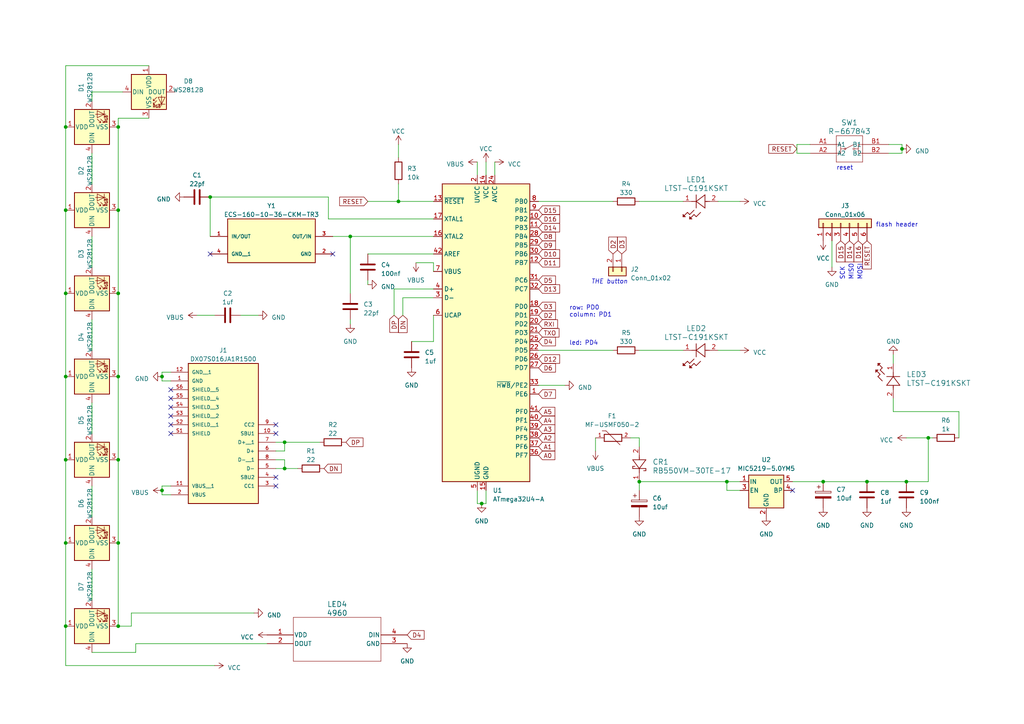
<source format=kicad_sch>
(kicad_sch (version 20230121) (generator eeschema)
  (paper "A4")
  (lib_symbols
    (symbol "2023-12-05_05-19-35:LTST-C191KSKT" (pin_names (offset 0.254))
      (property "Reference" "LED" (at 5.08 -4.445 0))
      (property "Value" "LTST-C191KSKT" (at 5.08 -7.62 0))
      (symbol "LTST-C191KSKT_1_1"
        (polyline (pts (xy 2.54 0) (xy 3.4798 0)) (stroke (width 0.2032)))
        (polyline (pts (xy 3.175 0) (xy 3.81 0)) (stroke (width 0.2032)))
        (polyline (pts (xy 3.81 -1.905) (xy 6.35 0)) (stroke (width 0.2032)))
        (polyline (pts (xy 3.81 1.905) (xy 3.81 -1.905)) (stroke (width 0.2032)))
        (polyline (pts (xy 5.08 3.175) (xy 6.35 4.445)) (stroke (width 0.2032)))
        (polyline (pts (xy 6.35 -1.905) (xy 6.35 1.905)) (stroke (width 0.2032)))
        (polyline (pts (xy 6.35 0) (xy 3.81 1.905)) (stroke (width 0.2032)))
        (polyline (pts (xy 6.35 0) (xy 7.62 0)) (stroke (width 0.2032)))
        (polyline (pts (xy 6.35 4.445) (xy 6.985 3.81)) (stroke (width 0.2032)))
        (polyline (pts (xy 6.985 2.54) (xy 8.255 3.81)) (stroke (width 0.2032)))
        (polyline (pts (xy 6.985 3.81) (xy 8.255 5.08)) (stroke (width 0.2032)))
        (polyline (pts (xy 7.62 5.08) (xy 8.255 4.445)) (stroke (width 0.2032)))
        (polyline (pts (xy 8.255 3.81) (xy 8.89 3.175)) (stroke (width 0.2032)))
        (polyline (pts (xy 8.255 4.445) (xy 8.255 5.08)) (stroke (width 0.2032)))
        (polyline (pts (xy 8.255 5.08) (xy 7.62 5.08)) (stroke (width 0.2032)))
        (polyline (pts (xy 8.89 3.175) (xy 10.16 4.445)) (stroke (width 0.2032)))
        (polyline (pts (xy 9.525 4.445) (xy 10.16 3.81)) (stroke (width 0.2032)))
        (polyline (pts (xy 10.16 3.81) (xy 10.16 4.445)) (stroke (width 0.2032)))
        (polyline (pts (xy 10.16 4.445) (xy 9.525 4.445)) (stroke (width 0.2032)))
        (pin unspecified line (at 10.16 0 180) (length 2.54) (name "") (number "1"))
        (pin unspecified line (at 0 0 0) (length 2.54) (name "") (number "2"))
      )
      (symbol "LTST-C191KSKT_1_2"
        (polyline (pts (xy -5.08 7.62) (xy -4.445 8.255)) (stroke (width 0.2032)))
        (polyline (pts (xy -5.08 8.255) (xy -5.08 7.62)) (stroke (width 0.2032)))
        (polyline (pts (xy -4.445 6.35) (xy -3.81 6.985)) (stroke (width 0.2032)))
        (polyline (pts (xy -4.445 8.255) (xy -5.08 8.255)) (stroke (width 0.2032)))
        (polyline (pts (xy -4.445 9.525) (xy -3.81 10.16)) (stroke (width 0.2032)))
        (polyline (pts (xy -4.445 10.16) (xy -4.445 9.525)) (stroke (width 0.2032)))
        (polyline (pts (xy -3.81 6.985) (xy -5.08 8.255)) (stroke (width 0.2032)))
        (polyline (pts (xy -3.81 8.255) (xy -3.175 8.89)) (stroke (width 0.2032)))
        (polyline (pts (xy -3.81 10.16) (xy -4.445 10.16)) (stroke (width 0.2032)))
        (polyline (pts (xy -3.175 5.08) (xy -4.445 6.35)) (stroke (width 0.2032)))
        (polyline (pts (xy -3.175 8.89) (xy -4.445 10.16)) (stroke (width 0.2032)))
        (polyline (pts (xy -2.54 6.985) (xy -3.81 8.255)) (stroke (width 0.2032)))
        (polyline (pts (xy -1.905 3.81) (xy 1.905 3.81)) (stroke (width 0.2032)))
        (polyline (pts (xy 0 2.54) (xy 0 3.4798)) (stroke (width 0.2032)))
        (polyline (pts (xy 0 3.175) (xy 0 3.81)) (stroke (width 0.2032)))
        (polyline (pts (xy 0 6.35) (xy -1.905 3.81)) (stroke (width 0.2032)))
        (polyline (pts (xy 0 6.35) (xy 0 7.62)) (stroke (width 0.2032)))
        (polyline (pts (xy 1.905 3.81) (xy 0 6.35)) (stroke (width 0.2032)))
        (polyline (pts (xy 1.905 6.35) (xy -1.905 6.35)) (stroke (width 0.2032)))
        (pin unspecified line (at 0 10.16 270) (length 2.54) (name "") (number "1"))
        (pin unspecified line (at 0 0 90) (length 2.54) (name "") (number "2"))
      )
    )
    (symbol "2023-12-05_05-52-42:RB550VM-30TE-17" (pin_names (offset 0.254))
      (property "Reference" "CR" (at 5.08 4.445 0))
      (property "Value" "RB550VM-30TE-17" (at 5.08 -3.81 0))
      (symbol "RB550VM-30TE-17_0_1"
        (polyline (pts (xy 2.54 0) (xy 3.4798 0)) (stroke (width 0.2032)))
        (polyline (pts (xy 3.175 0) (xy 3.81 0)) (stroke (width 0.2032)))
        (polyline (pts (xy 3.81 -1.905) (xy 6.35 0)) (stroke (width 0.2032)))
        (polyline (pts (xy 3.81 1.905) (xy 3.81 -1.905)) (stroke (width 0.2032)))
        (polyline (pts (xy 5.715 -1.905) (xy 5.715 -1.27)) (stroke (width 0.2032)))
        (polyline (pts (xy 6.35 -1.905) (xy 5.715 -1.905)) (stroke (width 0.2032)))
        (polyline (pts (xy 6.35 -1.905) (xy 6.35 1.905)) (stroke (width 0.2032)))
        (polyline (pts (xy 6.35 0) (xy 3.81 1.905)) (stroke (width 0.2032)))
        (polyline (pts (xy 6.35 0) (xy 7.62 0)) (stroke (width 0.2032)))
        (polyline (pts (xy 6.35 1.905) (xy 6.985 1.905)) (stroke (width 0.2032)))
        (polyline (pts (xy 6.985 1.905) (xy 6.985 1.27)) (stroke (width 0.2032)))
        (pin unspecified line (at 10.16 0 180) (length 2.54) (name "") (number "1"))
        (pin unspecified line (at 0 0 0) (length 2.54) (name "") (number "2"))
      )
    )
    (symbol "2023-12-05_06-41-49:R-667843" (pin_names (offset 0.254))
      (property "Reference" "SW" (at 11.43 7.62 0))
      (property "Value" "R-667843" (at 10.16 5.08 0))
      (symbol "R-667843_0_1"
        (polyline (pts (xy 7.62 -5.08) (xy 15.24 -5.08)) (stroke (width 0.127)))
        (polyline (pts (xy 7.62 0) (xy 8.89 0)) (stroke (width 0.127)))
        (polyline (pts (xy 7.62 2.54) (xy 7.62 -5.08)) (stroke (width 0.127)))
        (polyline (pts (xy 8.89 -2.54) (xy 7.62 -2.54)) (stroke (width 0.127)))
        (polyline (pts (xy 8.89 -1.27) (xy 9.906 -1.27)) (stroke (width 0.127)))
        (polyline (pts (xy 8.89 0) (xy 8.89 -2.54)) (stroke (width 0.127)))
        (polyline (pts (xy 10.16 -1.27) (xy 12.7 0)) (stroke (width 0.127)))
        (polyline (pts (xy 13.97 -2.54) (xy 15.24 -2.54)) (stroke (width 0.127)))
        (polyline (pts (xy 13.97 -1.27) (xy 12.954 -1.27)) (stroke (width 0.127)))
        (polyline (pts (xy 13.97 0) (xy 13.97 -2.54)) (stroke (width 0.127)))
        (polyline (pts (xy 15.24 -5.08) (xy 15.24 2.54)) (stroke (width 0.127)))
        (polyline (pts (xy 15.24 0) (xy 13.97 0)) (stroke (width 0.127)))
        (polyline (pts (xy 15.24 2.54) (xy 7.62 2.54)) (stroke (width 0.127)))
        (circle (center 10.16 -1.27) (radius 0.254) (stroke (width 0.127)))
        (circle (center 12.7 -1.27) (radius 0.254) (stroke (width 0.127)))
        (pin unspecified line (at 0 0 0) (length 7.62) (name "A1") (number "A1"))
        (pin unspecified line (at 0 -2.54 0) (length 7.62) (name "A2") (number "A2"))
        (pin unspecified line (at 22.86 0 180) (length 7.62) (name "B1") (number "B1"))
        (pin unspecified line (at 22.86 -2.54 180) (length 7.62) (name "B2") (number "B2"))
      )
    )
    (symbol "Connector_Generic:Conn_01x02" (pin_names (offset 1.016) hide)
      (property "Reference" "J" (at 0 2.54 0))
      (property "Value" "Conn_01x02" (at 0 -5.08 0))
      (symbol "Conn_01x02_1_1"
        (rectangle (start -1.27 -2.413) (end 0 -2.667) (stroke (width 0.1524)))
        (rectangle (start -1.27 0.127) (end 0 -0.127) (stroke (width 0.1524)))
        (rectangle (start -1.27 1.27) (end 1.27 -3.81) (stroke (width 0.254)) (fill (type background)))
        (pin passive line (at -5.08 0 0) (length 3.81) (name "Pin_1") (number "1"))
        (pin passive line (at -5.08 -2.54 0) (length 3.81) (name "Pin_2") (number "2"))
      )
    )
    (symbol "Connector_Generic:Conn_01x06" (pin_names (offset 1.016) hide)
      (property "Reference" "J" (at 0 7.62 0))
      (property "Value" "Conn_01x06" (at 0 -10.16 0))
      (symbol "Conn_01x06_1_1"
        (rectangle (start -1.27 -7.493) (end 0 -7.747) (stroke (width 0.1524)))
        (rectangle (start -1.27 -4.953) (end 0 -5.207) (stroke (width 0.1524)))
        (rectangle (start -1.27 -2.413) (end 0 -2.667) (stroke (width 0.1524)))
        (rectangle (start -1.27 0.127) (end 0 -0.127) (stroke (width 0.1524)))
        (rectangle (start -1.27 2.667) (end 0 2.413) (stroke (width 0.1524)))
        (rectangle (start -1.27 5.207) (end 0 4.953) (stroke (width 0.1524)))
        (rectangle (start -1.27 6.35) (end 1.27 -8.89) (stroke (width 0.254)) (fill (type background)))
        (pin passive line (at -5.08 5.08 0) (length 3.81) (name "Pin_1") (number "1"))
        (pin passive line (at -5.08 2.54 0) (length 3.81) (name "Pin_2") (number "2"))
        (pin passive line (at -5.08 0 0) (length 3.81) (name "Pin_3") (number "3"))
        (pin passive line (at -5.08 -2.54 0) (length 3.81) (name "Pin_4") (number "4"))
        (pin passive line (at -5.08 -5.08 0) (length 3.81) (name "Pin_5") (number "5"))
        (pin passive line (at -5.08 -7.62 0) (length 3.81) (name "Pin_6") (number "6"))
      )
    )
    (symbol "DX07S016JA1R1500:DX07S016JA1R1500" (pin_names (offset 1.016))
      (property "Reference" "J" (at -10.16 11.43 0))
      (property "Value" "DX07S016JA1R1500" (at -10.16 -31.75 0))
      (symbol "DX07S016JA1R1500_0_0"
        (rectangle (start -10.16 -30.48) (end 10.16 10.16) (stroke (width 0.254)) (fill (type background)))
        (pin power_in line (at 15.24 -25.4 180) (length 5.08) (name "GND") (number "1"))
        (pin passive line (at -15.24 -10.16 0) (length 5.08) (name "SBU1") (number "10"))
        (pin power_in line (at 15.24 5.08 180) (length 5.08) (name "VBUS__1") (number "11"))
        (pin power_in line (at 15.24 -27.94 180) (length 5.08) (name "GND__1") (number "12"))
        (pin power_in line (at 15.24 7.62 180) (length 5.08) (name "VBUS") (number "2"))
        (pin passive line (at -15.24 5.08 0) (length 5.08) (name "CC1") (number "3"))
        (pin passive line (at -15.24 2.54 0) (length 5.08) (name "SBU2") (number "4"))
        (pin passive line (at -15.24 0 0) (length 5.08) (name "D-") (number "5"))
        (pin passive line (at -15.24 -5.08 0) (length 5.08) (name "D+") (number "6"))
        (pin passive line (at -15.24 -7.62 0) (length 5.08) (name "D+__1") (number "7"))
        (pin passive line (at -15.24 -2.54 0) (length 5.08) (name "D-__1") (number "8"))
        (pin passive line (at -15.24 -12.7 0) (length 5.08) (name "CC2") (number "9"))
        (pin passive line (at 15.24 -10.16 180) (length 5.08) (name "SHIELD") (number "S1"))
        (pin passive line (at 15.24 -12.7 180) (length 5.08) (name "SHIELD__1") (number "S2"))
        (pin passive line (at 15.24 -15.24 180) (length 5.08) (name "SHIELD__2") (number "S3"))
        (pin passive line (at 15.24 -17.78 180) (length 5.08) (name "SHIELD__3") (number "S4"))
        (pin passive line (at 15.24 -20.32 180) (length 5.08) (name "SHIELD__4") (number "S5"))
        (pin passive line (at 15.24 -22.86 180) (length 5.08) (name "SHIELD__5") (number "S6"))
      )
    )
    (symbol "Device:C" (pin_numbers hide) (pin_names (offset 0.254))
      (property "Reference" "C" (at 0.635 2.54 0))
      (property "Value" "C" (at 0.635 -2.54 0))
      (symbol "C_0_1"
        (polyline (pts (xy -2.032 -0.762) (xy 2.032 -0.762)) (stroke (width 0.508)))
        (polyline (pts (xy -2.032 0.762) (xy 2.032 0.762)) (stroke (width 0.508)))
      )
      (symbol "C_1_1"
        (pin passive line (at 0 3.81 270) (length 2.794) (name "~") (number "1"))
        (pin passive line (at 0 -3.81 90) (length 2.794) (name "~") (number "2"))
      )
    )
    (symbol "Device:C_Polarized" (pin_numbers hide) (pin_names (offset 0.254))
      (property "Reference" "C" (at 0.635 2.54 0))
      (property "Value" "C_Polarized" (at 0.635 -2.54 0))
      (symbol "C_Polarized_0_1"
        (rectangle (start -2.286 0.508) (end 2.286 1.016))
        (polyline (pts (xy -1.778 2.286) (xy -0.762 2.286)))
        (polyline (pts (xy -1.27 2.794) (xy -1.27 1.778)))
        (rectangle (start 2.286 -0.508) (end -2.286 -1.016) (fill (type outline)))
      )
      (symbol "C_Polarized_1_1"
        (pin passive line (at 0 3.81 270) (length 2.794) (name "~") (number "1"))
        (pin passive line (at 0 -3.81 90) (length 2.794) (name "~") (number "2"))
      )
    )
    (symbol "Device:R" (pin_numbers hide) (pin_names (offset 0))
      (property "Reference" "R" (at 2.032 0 90))
      (property "Value" "R" (at 0 0 90))
      (symbol "R_0_1"
        (rectangle (start -1.016 -2.54) (end 1.016 2.54) (stroke (width 0.254)))
      )
      (symbol "R_1_1"
        (pin passive line (at 0 3.81 270) (length 1.27) (name "~") (number "1"))
        (pin passive line (at 0 -3.81 90) (length 1.27) (name "~") (number "2"))
      )
    )
    (symbol "ECS-160-10-36-CKM-TR3:ECS-160-10-36-CKM-TR3" (pin_names (offset 1.016))
      (property "Reference" "Y?" (at 0 11.43 0))
      (property "Value" "ECS-160-10-36-CKM-TR3" (at 0 8.89 0))
      (symbol "ECS-160-10-36-CKM-TR3_0_0"
        (rectangle (start -12.7 -5.08) (end 12.7 7.62) (stroke (width 0.254)) (fill (type background)))
        (pin bidirectional line (at -17.78 2.54 0) (length 5.08) (name "IN/OUT") (number "1"))
        (pin power_in line (at 17.78 -2.54 180) (length 5.08) (name "GND") (number "2"))
        (pin bidirectional line (at 17.78 2.54 180) (length 5.08) (name "OUT/IN") (number "3"))
        (pin power_in line (at -17.78 -2.54 0) (length 5.08) (name "GND__1") (number "4"))
      )
    )
    (symbol "LED:WS2812B" (pin_names (offset 0.254))
      (property "Reference" "D" (at 5.08 5.715 0))
      (property "Value" "WS2812B" (at 1.27 -5.715 0))
      (symbol "WS2812B_0_0"
        (text "RGB" (at 2.286 -4.191 0) (effects (font (size 0.762 0.762))))
      )
      (symbol "WS2812B_0_1"
        (polyline (pts (xy 1.27 -3.556) (xy 1.778 -3.556)))
        (polyline (pts (xy 1.27 -2.54) (xy 1.778 -2.54)))
        (polyline (pts (xy 4.699 -3.556) (xy 2.667 -3.556)))
        (polyline (pts (xy 2.286 -2.54) (xy 1.27 -3.556) (xy 1.27 -3.048)))
        (polyline (pts (xy 2.286 -1.524) (xy 1.27 -2.54) (xy 1.27 -2.032)))
        (polyline (pts (xy 3.683 -1.016) (xy 3.683 -3.556) (xy 3.683 -4.064)))
        (polyline (pts (xy 4.699 -1.524) (xy 2.667 -1.524) (xy 3.683 -3.556) (xy 4.699 -1.524)))
        (rectangle (start 5.08 5.08) (end -5.08 -5.08) (stroke (width 0.254)) (fill (type background)))
      )
      (symbol "WS2812B_1_1"
        (pin power_in line (at 0 7.62 270) (length 2.54) (name "VDD") (number "1"))
        (pin output line (at 7.62 0 180) (length 2.54) (name "DOUT") (number "2"))
        (pin power_in line (at 0 -7.62 90) (length 2.54) (name "VSS") (number "3"))
        (pin input line (at -7.62 0 0) (length 2.54) (name "DIN") (number "4"))
      )
    )
    (symbol "MCU_Microchip_ATmega:ATmega32U4-A"
      (property "Reference" "U" (at -12.7 44.45 0))
      (property "Value" "ATmega32U4-A" (at 2.54 -44.45 0))
      (symbol "ATmega32U4-A_0_1"
        (rectangle (start -12.7 -43.18) (end 12.7 43.18) (stroke (width 0.254)) (fill (type background)))
      )
      (symbol "ATmega32U4-A_1_1"
        (pin bidirectional line (at 15.24 -17.78 180) (length 2.54) (name "PE6") (number "1"))
        (pin bidirectional line (at 15.24 33.02 180) (length 2.54) (name "PB2") (number "10"))
        (pin bidirectional line (at 15.24 30.48 180) (length 2.54) (name "PB3") (number "11"))
        (pin bidirectional line (at 15.24 20.32 180) (length 2.54) (name "PB7") (number "12"))
        (pin input line (at -15.24 38.1 0) (length 2.54) (name "~{RESET}") (number "13"))
        (pin power_in line (at 0 45.72 270) (length 2.54) (name "VCC") (number "14"))
        (pin power_in line (at 0 -45.72 90) (length 2.54) (name "GND") (number "15"))
        (pin output line (at -15.24 27.94 0) (length 2.54) (name "XTAL2") (number "16"))
        (pin input line (at -15.24 33.02 0) (length 2.54) (name "XTAL1") (number "17"))
        (pin bidirectional line (at 15.24 7.62 180) (length 2.54) (name "PD0") (number "18"))
        (pin bidirectional line (at 15.24 5.08 180) (length 2.54) (name "PD1") (number "19"))
        (pin power_in line (at -2.54 45.72 270) (length 2.54) (name "UVCC") (number "2"))
        (pin bidirectional line (at 15.24 2.54 180) (length 2.54) (name "PD2") (number "20"))
        (pin bidirectional line (at 15.24 0 180) (length 2.54) (name "PD3") (number "21"))
        (pin bidirectional line (at 15.24 -5.08 180) (length 2.54) (name "PD5") (number "22"))
        (pin passive line (at 0 -45.72 90) (length 2.54) hide (name "GND") (number "23"))
        (pin power_in line (at 2.54 45.72 270) (length 2.54) (name "AVCC") (number "24"))
        (pin bidirectional line (at 15.24 -2.54 180) (length 2.54) (name "PD4") (number "25"))
        (pin bidirectional line (at 15.24 -7.62 180) (length 2.54) (name "PD6") (number "26"))
        (pin bidirectional line (at 15.24 -10.16 180) (length 2.54) (name "PD7") (number "27"))
        (pin bidirectional line (at 15.24 27.94 180) (length 2.54) (name "PB4") (number "28"))
        (pin bidirectional line (at 15.24 25.4 180) (length 2.54) (name "PB5") (number "29"))
        (pin bidirectional line (at -15.24 10.16 0) (length 2.54) (name "D-") (number "3"))
        (pin bidirectional line (at 15.24 22.86 180) (length 2.54) (name "PB6") (number "30"))
        (pin bidirectional line (at 15.24 15.24 180) (length 2.54) (name "PC6") (number "31"))
        (pin bidirectional line (at 15.24 12.7 180) (length 2.54) (name "PC7") (number "32"))
        (pin bidirectional line (at 15.24 -15.24 180) (length 2.54) (name "~{HWB}/PE2") (number "33"))
        (pin passive line (at 0 45.72 270) (length 2.54) hide (name "VCC") (number "34"))
        (pin passive line (at 0 -45.72 90) (length 2.54) hide (name "GND") (number "35"))
        (pin bidirectional line (at 15.24 -35.56 180) (length 2.54) (name "PF7") (number "36"))
        (pin bidirectional line (at 15.24 -33.02 180) (length 2.54) (name "PF6") (number "37"))
        (pin bidirectional line (at 15.24 -30.48 180) (length 2.54) (name "PF5") (number "38"))
        (pin bidirectional line (at 15.24 -27.94 180) (length 2.54) (name "PF4") (number "39"))
        (pin bidirectional line (at -15.24 12.7 0) (length 2.54) (name "D+") (number "4"))
        (pin bidirectional line (at 15.24 -25.4 180) (length 2.54) (name "PF1") (number "40"))
        (pin bidirectional line (at 15.24 -22.86 180) (length 2.54) (name "PF0") (number "41"))
        (pin passive line (at -15.24 22.86 0) (length 2.54) (name "AREF") (number "42"))
        (pin passive line (at 0 -45.72 90) (length 2.54) hide (name "GND") (number "43"))
        (pin passive line (at 2.54 45.72 270) (length 2.54) hide (name "AVCC") (number "44"))
        (pin passive line (at -2.54 -45.72 90) (length 2.54) (name "UGND") (number "5"))
        (pin passive line (at -15.24 5.08 0) (length 2.54) (name "UCAP") (number "6"))
        (pin input line (at -15.24 17.78 0) (length 2.54) (name "VBUS") (number "7"))
        (pin bidirectional line (at 15.24 38.1 180) (length 2.54) (name "PB0") (number "8"))
        (pin bidirectional line (at 15.24 35.56 180) (length 2.54) (name "PB1") (number "9"))
      )
    )
    (symbol "MF-USMF050-2:MF-USMF050-2" (pin_names (offset 1.016))
      (property "Reference" "F" (at -2.54 2.54 0))
      (property "Value" "MF-USMF050-2" (at -2.54 -5.08 0))
      (symbol "MF-USMF050-2_0_0"
        (polyline (pts (xy -2.54 -1.016) (xy -2.54 1.016)) (stroke (width 0.254)))
        (polyline (pts (xy -2.54 1.016) (xy 2.54 1.016)) (stroke (width 0.254)))
        (polyline (pts (xy 2.032 -2.032) (xy -2.032 2.032)) (stroke (width 0.1524)))
        (polyline (pts (xy 2.54 -1.016) (xy -2.54 -1.016)) (stroke (width 0.254)))
        (polyline (pts (xy 2.54 1.016) (xy 2.54 -1.016)) (stroke (width 0.254)))
        (polyline (pts (xy 3.1496 -2.032) (xy 2.032 -2.032)) (stroke (width 0.1524)))
        (pin passive line (at 5.08 0 180) (length 2.54) (name "~") (number "1"))
        (pin passive line (at -5.08 0 0) (length 2.54) (name "~") (number "2"))
      )
    )
    (symbol "Regulator_Linear:MIC5219-5.0YM5" (pin_names (offset 0.254))
      (property "Reference" "U" (at -3.81 5.715 0))
      (property "Value" "MIC5219-5.0YM5" (at 0 5.715 0))
      (symbol "MIC5219-5.0YM5_0_1"
        (rectangle (start -5.08 4.445) (end 5.08 -5.08) (stroke (width 0.254)) (fill (type background)))
      )
      (symbol "MIC5219-5.0YM5_1_1"
        (pin power_in line (at -7.62 2.54 0) (length 2.54) (name "IN") (number "1"))
        (pin power_in line (at 0 -7.62 90) (length 2.54) (name "GND") (number "2"))
        (pin input line (at -7.62 0 0) (length 2.54) (name "EN") (number "3"))
        (pin input line (at 7.62 0 180) (length 2.54) (name "BP") (number "4"))
        (pin power_out line (at 7.62 2.54 180) (length 2.54) (name "OUT") (number "5"))
      )
    )
    (symbol "SK6812-E:4960" (pin_names (offset 0.254))
      (property "Reference" "LED" (at 20.32 10.16 0))
      (property "Value" "4960" (at 20.32 7.62 0))
      (symbol "4960_0_1"
        (polyline (pts (xy 7.62 -7.62) (xy 33.02 -7.62)) (stroke (width 0.127)))
        (polyline (pts (xy 7.62 5.08) (xy 7.62 -7.62)) (stroke (width 0.127)))
        (polyline (pts (xy 33.02 -7.62) (xy 33.02 5.08)) (stroke (width 0.127)))
        (polyline (pts (xy 33.02 5.08) (xy 7.62 5.08)) (stroke (width 0.127)))
        (pin power_in line (at 0 0 0) (length 7.62) (name "VDD") (number "1"))
        (pin output line (at 0 -2.54 0) (length 7.62) (name "DOUT") (number "2"))
        (pin power_out line (at 40.64 -2.54 180) (length 7.62) (name "GND") (number "3"))
        (pin input line (at 40.64 0 180) (length 7.62) (name "DIN") (number "4"))
      )
    )
    (symbol "power:GND" (power) (pin_names (offset 0))
      (property "Value" "GND" (at 0 -3.81 0))
      (symbol "GND_0_1"
        (polyline (pts (xy 0 0) (xy 0 -1.27) (xy 1.27 -1.27) (xy 0 -2.54) (xy -1.27 -1.27) (xy 0 -1.27)))
      )
      (symbol "GND_1_1"
        (pin power_in line (at 0 0 270) (length 0) hide (name "GND") (number "1"))
      )
    )
    (symbol "power:VBUS" (power) (pin_names (offset 0))
      (property "Value" "VBUS" (at 0 3.81 0))
      (symbol "VBUS_0_1"
        (polyline (pts (xy -0.762 1.27) (xy 0 2.54)))
        (polyline (pts (xy 0 0) (xy 0 2.54)))
        (polyline (pts (xy 0 2.54) (xy 0.762 1.27)))
      )
      (symbol "VBUS_1_1"
        (pin power_in line (at 0 0 90) (length 0) hide (name "VBUS") (number "1"))
      )
    )
    (symbol "power:VCC" (power) (pin_names (offset 0))
      (property "Value" "VCC" (at 0 3.81 0))
      (symbol "VCC_0_1"
        (polyline (pts (xy -0.762 1.27) (xy 0 2.54)))
        (polyline (pts (xy 0 0) (xy 0 2.54)))
        (polyline (pts (xy 0 2.54) (xy 0.762 1.27)))
      )
      (symbol "VCC_1_1"
        (pin power_in line (at 0 0 90) (length 0) hide (name "VCC") (number "1"))
      )
    )
  )
  (junction (at 185.42 139.7))
  (junction (at 19.05 181.61))
  (junction (at 262.89 139.7))
  (junction (at 19.05 60.96))
  (junction (at 261.62 43.18))
  (junction (at 46.99 109.22))
  (junction (at 210.82 139.7))
  (junction (at 34.29 181.61))
  (junction (at 19.05 157.48))
  (junction (at 115.57 58.42))
  (junction (at 34.29 85.09))
  (junction (at 34.29 60.96))
  (junction (at 101.6 68.58))
  (junction (at 269.24 127))
  (junction (at 60.96 57.15))
  (junction (at 46.99 142.24))
  (junction (at 139.7 146.05))
  (junction (at 34.29 133.35))
  (junction (at 19.05 109.22))
  (junction (at 82.55 128.27))
  (junction (at 19.05 85.09))
  (junction (at 34.29 109.22))
  (junction (at 19.05 36.83))
  (junction (at 238.76 139.7))
  (junction (at 19.05 133.35))
  (junction (at 251.46 139.7))
  (junction (at 34.29 157.48))
  (junction (at 34.29 36.83))
  (junction (at 82.55 135.89))
  (no_connect (at 49.53 120.65))
  (no_connect (at 80.01 138.43))
  (no_connect (at 229.87 142.24))
  (no_connect (at 49.53 115.57))
  (no_connect (at 80.01 140.97))
  (no_connect (at 49.53 125.73))
  (no_connect (at 80.01 125.73))
  (no_connect (at 80.01 123.19))
  (no_connect (at 49.53 118.11))
  (no_connect (at 49.53 113.03))
  (no_connect (at 49.53 123.19))
  (no_connect (at 96.52 73.66))
  (no_connect (at 60.96 73.66))
  (wire (pts (xy 259.08 102.87) (xy 259.08 105.41)))
  (wire (pts (xy 116.84 91.44) (xy 116.84 86.36)))
  (wire (pts (xy 259.08 119.38) (xy 278.13 119.38)))
  (wire (pts (xy 101.6 85.09) (xy 101.6 68.58)))
  (wire (pts (xy 210.82 142.24) (xy 214.63 142.24)))
  (wire (pts (xy 35.56 26.67) (xy 26.67 26.67)))
  (wire (pts (xy 19.05 193.04) (xy 62.23 193.04)))
  (wire (pts (xy 185.42 139.7) (xy 185.42 142.24)))
  (wire (pts (xy 185.42 127) (xy 182.88 127)))
  (wire (pts (xy 38.1 181.61) (xy 34.29 181.61)))
  (wire (pts (xy 138.43 46.99) (xy 138.43 50.8)))
  (wire (pts (xy 46.99 107.95) (xy 46.99 109.22)))
  (wire (pts (xy 34.29 36.83) (xy 34.29 60.96)))
  (wire (pts (xy 278.13 119.38) (xy 278.13 127)))
  (wire (pts (xy 19.05 109.22) (xy 19.05 133.35)))
  (wire (pts (xy 34.29 157.48) (xy 34.29 181.61)))
  (wire (pts (xy 49.53 140.97) (xy 46.99 140.97)))
  (wire (pts (xy 234.95 44.45) (xy 231.14 44.45)))
  (wire (pts (xy 26.67 116.84) (xy 26.67 125.73)))
  (wire (pts (xy 185.42 58.42) (xy 198.12 58.42)))
  (wire (pts (xy 140.97 146.05) (xy 139.7 146.05)))
  (wire (pts (xy 26.67 165.1) (xy 26.67 173.99)))
  (wire (pts (xy 238.76 139.7) (xy 251.46 139.7)))
  (wire (pts (xy 262.89 127) (xy 269.24 127)))
  (wire (pts (xy 208.28 101.6) (xy 214.63 101.6)))
  (wire (pts (xy 231.14 41.91) (xy 231.14 44.45)))
  (wire (pts (xy 120.65 76.2) (xy 125.73 76.2)))
  (wire (pts (xy 262.89 139.7) (xy 269.24 139.7)))
  (wire (pts (xy 34.29 34.29) (xy 34.29 36.83)))
  (wire (pts (xy 80.01 135.89) (xy 82.55 135.89)))
  (wire (pts (xy 140.97 46.99) (xy 140.97 50.8)))
  (wire (pts (xy 19.05 60.96) (xy 19.05 85.09)))
  (wire (pts (xy 156.21 101.6) (xy 177.8 101.6)))
  (wire (pts (xy 26.67 140.97) (xy 26.67 149.86)))
  (wire (pts (xy 43.18 34.29) (xy 34.29 34.29)))
  (wire (pts (xy 82.55 135.89) (xy 82.55 133.35)))
  (wire (pts (xy 80.01 130.81) (xy 82.55 130.81)))
  (wire (pts (xy 38.1 177.8) (xy 73.66 177.8)))
  (wire (pts (xy 46.99 110.49) (xy 46.99 109.22)))
  (wire (pts (xy 43.18 19.05) (xy 19.05 19.05)))
  (wire (pts (xy 269.24 127) (xy 270.51 127)))
  (wire (pts (xy 46.99 143.51) (xy 46.99 142.24)))
  (wire (pts (xy 34.29 85.09) (xy 34.29 109.22)))
  (wire (pts (xy 34.29 109.22) (xy 34.29 133.35)))
  (wire (pts (xy 95.25 63.5) (xy 95.25 57.15)))
  (wire (pts (xy 46.99 140.97) (xy 46.99 142.24)))
  (wire (pts (xy 39.37 189.23) (xy 26.67 189.23)))
  (wire (pts (xy 185.42 129.54) (xy 185.42 127)))
  (wire (pts (xy 26.67 44.45) (xy 26.67 53.34)))
  (wire (pts (xy 49.53 110.49) (xy 46.99 110.49)))
  (wire (pts (xy 251.46 139.7) (xy 262.89 139.7)))
  (wire (pts (xy 261.62 44.45) (xy 261.62 43.18)))
  (wire (pts (xy 257.81 44.45) (xy 261.62 44.45)))
  (wire (pts (xy 115.57 53.34) (xy 115.57 58.42)))
  (wire (pts (xy 34.29 60.96) (xy 34.29 85.09)))
  (wire (pts (xy 49.53 107.95) (xy 46.99 107.95)))
  (wire (pts (xy 38.1 177.8) (xy 38.1 181.61)))
  (wire (pts (xy 57.15 91.44) (xy 62.23 91.44)))
  (wire (pts (xy 156.21 58.42) (xy 177.8 58.42)))
  (wire (pts (xy 119.38 99.06) (xy 125.73 99.06)))
  (wire (pts (xy 125.73 78.74) (xy 125.73 76.2)))
  (wire (pts (xy 82.55 130.81) (xy 82.55 128.27)))
  (wire (pts (xy 138.43 146.05) (xy 139.7 146.05)))
  (wire (pts (xy 138.43 142.24) (xy 138.43 146.05)))
  (wire (pts (xy 210.82 139.7) (xy 214.63 139.7)))
  (wire (pts (xy 69.85 91.44) (xy 74.93 91.44)))
  (wire (pts (xy 82.55 128.27) (xy 92.71 128.27)))
  (wire (pts (xy 208.28 58.42) (xy 214.63 58.42)))
  (wire (pts (xy 259.08 115.57) (xy 259.08 119.38)))
  (wire (pts (xy 115.57 41.91) (xy 115.57 45.72)))
  (wire (pts (xy 143.51 46.99) (xy 143.51 50.8)))
  (wire (pts (xy 19.05 36.83) (xy 19.05 60.96)))
  (wire (pts (xy 19.05 85.09) (xy 19.05 109.22)))
  (wire (pts (xy 39.37 186.69) (xy 39.37 189.23)))
  (wire (pts (xy 114.3 83.82) (xy 125.73 83.82)))
  (wire (pts (xy 77.47 186.69) (xy 39.37 186.69)))
  (wire (pts (xy 106.68 82.55) (xy 106.68 81.28)))
  (wire (pts (xy 172.72 130.81) (xy 172.72 127)))
  (wire (pts (xy 96.52 68.58) (xy 101.6 68.58)))
  (wire (pts (xy 19.05 157.48) (xy 19.05 181.61)))
  (wire (pts (xy 210.82 139.7) (xy 210.82 142.24)))
  (wire (pts (xy 106.68 58.42) (xy 115.57 58.42)))
  (wire (pts (xy 116.84 86.36) (xy 125.73 86.36)))
  (wire (pts (xy 269.24 127) (xy 269.24 139.7)))
  (wire (pts (xy 125.73 63.5) (xy 95.25 63.5)))
  (wire (pts (xy 26.67 26.67) (xy 26.67 29.21)))
  (wire (pts (xy 241.3 69.85) (xy 241.3 77.47)))
  (wire (pts (xy 156.21 111.76) (xy 163.83 111.76)))
  (wire (pts (xy 101.6 68.58) (xy 125.73 68.58)))
  (wire (pts (xy 101.6 93.98) (xy 101.6 92.71)))
  (wire (pts (xy 95.25 57.15) (xy 60.96 57.15)))
  (wire (pts (xy 60.96 57.15) (xy 60.96 68.58)))
  (wire (pts (xy 185.42 101.6) (xy 198.12 101.6)))
  (wire (pts (xy 19.05 181.61) (xy 19.05 193.04)))
  (wire (pts (xy 82.55 135.89) (xy 86.36 135.89)))
  (wire (pts (xy 80.01 133.35) (xy 82.55 133.35)))
  (wire (pts (xy 34.29 133.35) (xy 34.29 157.48)))
  (wire (pts (xy 229.87 139.7) (xy 238.76 139.7)))
  (wire (pts (xy 261.62 41.91) (xy 261.62 43.18)))
  (wire (pts (xy 115.57 58.42) (xy 125.73 58.42)))
  (wire (pts (xy 140.97 142.24) (xy 140.97 146.05)))
  (wire (pts (xy 26.67 92.71) (xy 26.67 101.6)))
  (wire (pts (xy 114.3 91.44) (xy 114.3 83.82)))
  (wire (pts (xy 257.81 41.91) (xy 261.62 41.91)))
  (wire (pts (xy 26.67 68.58) (xy 26.67 77.47)))
  (wire (pts (xy 231.14 41.91) (xy 234.95 41.91)))
  (wire (pts (xy 49.53 143.51) (xy 46.99 143.51)))
  (wire (pts (xy 106.68 73.66) (xy 125.73 73.66)))
  (wire (pts (xy 80.01 128.27) (xy 82.55 128.27)))
  (wire (pts (xy 125.73 99.06) (xy 125.73 91.44)))
  (wire (pts (xy 185.42 139.7) (xy 210.82 139.7)))
  (wire (pts (xy 19.05 133.35) (xy 19.05 157.48)))
  (wire (pts (xy 19.05 19.05) (xy 19.05 36.83)))
  (text "MOSI" (at 250.19 81.28 90) (effects (font (size 1.27 1.27)) (justify left bottom)))
  (text "THE button" (at 171.45 82.55 0) (effects (font (size 1.27 1.27) italic) (justify left bottom)))
  (text "MISO" (at 247.65 81.28 90) (effects (font (size 1.27 1.27)) (justify left bottom)))
  (text "flash header" (at 254 66.04 0) (effects (font (size 1.27 1.27)) (justify left bottom)))
  (text "reset" (at 242.57 49.53 0) (effects (font (size 1.27 1.27)) (justify left bottom)))
  (text "SCK" (at 245.11 81.28 90) (effects (font (size 1.27 1.27)) (justify left bottom)))
  (text "row: PD0\ncolumn: PD1\n\n\n\nled: PD4" (at 165.1 100.33 0) (effects (font (size 1.27 1.27)) (justify left bottom)))
  (global_label "TXO" (shape input) (at 156.21 96.52 0) (property "Intersheetrefs" "${INTERSHEET_REFS}" (effects hide)))
  (global_label "D3" (shape input) (at 180.34 73.66 90) (property "Intersheetrefs" "${INTERSHEET_REFS}" (effects hide)))
  (global_label "DN" (shape input) (at 116.84 91.44 270) (property "Intersheetrefs" "${INTERSHEET_REFS}" (effects hide)))
  (global_label "A1" (shape input) (at 156.21 129.54 0) (property "Intersheetrefs" "${INTERSHEET_REFS}" (effects hide)))
  (global_label "D5" (shape input) (at 156.21 81.28 0) (property "Intersheetrefs" "${INTERSHEET_REFS}" (effects hide)))
  (global_label "A2" (shape input) (at 156.21 127 0) (property "Intersheetrefs" "${INTERSHEET_REFS}" (effects hide)))
  (global_label "D14" (shape input) (at 246.38 69.85 270) (property "Intersheetrefs" "${INTERSHEET_REFS}" (effects hide)))
  (global_label "D10" (shape input) (at 156.21 73.66 0) (property "Intersheetrefs" "${INTERSHEET_REFS}" (effects hide)))
  (global_label "D12" (shape input) (at 156.21 104.14 0) (property "Intersheetrefs" "${INTERSHEET_REFS}" (effects hide)))
  (global_label "A0" (shape input) (at 156.21 132.08 0) (property "Intersheetrefs" "${INTERSHEET_REFS}" (effects hide)))
  (global_label "D15" (shape input) (at 156.21 60.96 0) (property "Intersheetrefs" "${INTERSHEET_REFS}" (effects hide)))
  (global_label "D9" (shape input) (at 156.21 71.12 0) (property "Intersheetrefs" "${INTERSHEET_REFS}" (effects hide)))
  (global_label "D13" (shape input) (at 156.21 83.82 0) (property "Intersheetrefs" "${INTERSHEET_REFS}" (effects hide)))
  (global_label "D14" (shape input) (at 156.21 66.04 0) (property "Intersheetrefs" "${INTERSHEET_REFS}" (effects hide)))
  (global_label "D8" (shape input) (at 156.21 68.58 0) (property "Intersheetrefs" "${INTERSHEET_REFS}" (effects hide)))
  (global_label "RESET" (shape input) (at 251.46 69.85 270) (property "Intersheetrefs" "${INTERSHEET_REFS}" (effects hide)))
  (global_label "D7" (shape input) (at 156.21 114.3 0) (property "Intersheetrefs" "${INTERSHEET_REFS}" (effects hide)))
  (global_label "A4" (shape input) (at 156.21 121.92 0) (property "Intersheetrefs" "${INTERSHEET_REFS}" (effects hide)))
  (global_label "A5" (shape input) (at 156.21 119.38 0) (property "Intersheetrefs" "${INTERSHEET_REFS}" (effects hide)))
  (global_label "A3" (shape input) (at 156.21 124.46 0) (property "Intersheetrefs" "${INTERSHEET_REFS}" (effects hide)))
  (global_label "D3" (shape input) (at 156.21 88.9 0) (property "Intersheetrefs" "${INTERSHEET_REFS}" (effects hide)))
  (global_label "D16" (shape input) (at 248.92 69.85 270) (property "Intersheetrefs" "${INTERSHEET_REFS}" (effects hide)))
  (global_label "D4" (shape input) (at 118.11 184.15 0) (property "Intersheetrefs" "${INTERSHEET_REFS}" (effects hide)))
  (global_label "RESET" (shape input) (at 231.14 43.18 180) (property "Intersheetrefs" "${INTERSHEET_REFS}" (effects hide)))
  (global_label "D16" (shape input) (at 156.21 63.5 0) (property "Intersheetrefs" "${INTERSHEET_REFS}" (effects hide)))
  (global_label "DP" (shape input) (at 114.3 91.44 270) (property "Intersheetrefs" "${INTERSHEET_REFS}" (effects hide)))
  (global_label "DN" (shape input) (at 93.98 135.89 0) (property "Intersheetrefs" "${INTERSHEET_REFS}" (effects hide)))
  (global_label "D2" (shape input) (at 177.8 73.66 90) (property "Intersheetrefs" "${INTERSHEET_REFS}" (effects hide)))
  (global_label "D11" (shape input) (at 156.21 76.2 0) (property "Intersheetrefs" "${INTERSHEET_REFS}" (effects hide)))
  (global_label "D2" (shape input) (at 156.21 91.44 0) (property "Intersheetrefs" "${INTERSHEET_REFS}" (effects hide)))
  (global_label "D15" (shape input) (at 243.84 69.85 270) (property "Intersheetrefs" "${INTERSHEET_REFS}" (effects hide)))
  (global_label "DP" (shape input) (at 100.33 128.27 0) (property "Intersheetrefs" "${INTERSHEET_REFS}" (effects hide)))
  (global_label "D6" (shape input) (at 156.21 106.68 0) (property "Intersheetrefs" "${INTERSHEET_REFS}" (effects hide)))
  (global_label "RESET" (shape input) (at 106.68 58.42 180) (property "Intersheetrefs" "${INTERSHEET_REFS}" (effects hide)))
  (global_label "RXI" (shape input) (at 156.21 93.98 0) (property "Intersheetrefs" "${INTERSHEET_REFS}" (effects hide)))
  (global_label "D4" (shape input) (at 156.21 99.06 0) (property "Intersheetrefs" "${INTERSHEET_REFS}" (effects hide)))
  (symbol (lib_id "Connector_Generic:Conn_01x02") (at 180.34 78.74 270) (unit 1)
    (property "Reference" "J2" (at 182.88 78.105 90) (effects (justify left)))
    (property "Value" "Conn_01x02" (at 182.88 80.645 90) (effects (justify left)))
    (property "Footprint" "keyswitches:Kailh_socket_MX" (effects hide))
  )
  (symbol (lib_id "power:VBUS") (at 57.15 91.44 90) (unit 1)
    (property "Reference" "#PWR024" (effects hide))
    (property "Value" "VBUS" (at 53.34 92.075 90) (effects (justify left)))
  )
  (symbol (lib_id "LED:WS2812B") (at 26.67 181.61 90) (unit 1)
    (property "Reference" "D7" (at 23.5459 170.18 0))
    (property "Value" "WS2812B" (at 26.0859 170.18 0))
    (property "Footprint" "LED_SMD:LED_WS2812B_PLCC4_5.0x5.0mm_P3.2mm" (effects hide))
    (property "Datasheet" "https://cdn-shop.adafruit.com/datasheets/WS2812B.pdf" (effects hide))
  )
  (symbol (lib_id "power:VCC") (at 143.51 46.99 270) (unit 1)
    (property "Reference" "#PWR09" (effects hide))
    (property "Value" "VCC" (at 147.32 47.625 90) (effects (justify left)))
  )
  (symbol (lib_id "2023-12-05_05-19-35:LTST-C191KSKT") (at 208.28 58.42 180) (unit 1)
    (property "Reference" "LED1" (at 201.93 52.07 0) (effects (font (size 1.524 1.524))))
    (property "Value" "LTST-C191KSKT" (at 201.93 54.61 0) (effects (font (size 1.524 1.524))))
    (property "Footprint" "footprints:LED_LTST-C191KRKT_LTO" (effects hide))
    (property "Datasheet" "LTST-C191KSKT" (effects hide))
  )
  (symbol (lib_id "Device:R") (at 181.61 101.6 90) (unit 1)
    (property "Reference" "R5" (at 181.61 96.52 90))
    (property "Value" "330" (at 181.61 99.06 90))
    (property "Footprint" "Resistor_SMD:R_0402_1005Metric_Pad0.72x0.64mm_HandSolder" (effects hide))
  )
  (symbol (lib_id "power:GND") (at 118.11 186.69 0) (unit 1)
    (property "Reference" "#PWR032" (effects hide))
    (property "Value" "GND" (at 118.11 191.77 0))
  )
  (symbol (lib_id "2023-12-05_05-52-42:RB550VM-30TE-17") (at 185.42 129.54 270) (unit 1)
    (property "Reference" "CR1" (at 189.23 133.985 90) (effects (font (size 1.524 1.524)) (justify left)))
    (property "Value" "RB550VM-30TE-17" (at 189.23 136.525 90) (effects (font (size 1.524 1.524)) (justify left)))
    (property "Footprint" "2023-12-05_05-52-42:SDO_RB550VM-30TE-17_ROM" (effects hide))
    (property "Datasheet" "RB550VM-30TE-17" (effects hide))
  )
  (symbol (lib_id "LED:WS2812B") (at 26.67 157.48 90) (unit 1)
    (property "Reference" "D6" (at 23.5459 146.05 0))
    (property "Value" "WS2812B" (at 26.0859 146.05 0))
    (property "Footprint" "LED_SMD:LED_WS2812B_PLCC4_5.0x5.0mm_P3.2mm" (effects hide))
    (property "Datasheet" "https://cdn-shop.adafruit.com/datasheets/WS2812B.pdf" (effects hide))
  )
  (symbol (lib_id "MCU_Microchip_ATmega:ATmega32U4-A") (at 140.97 96.52 0) (unit 1)
    (property "Reference" "U1" (at 142.9259 142.24 0) (effects (justify left)))
    (property "Value" "ATmega32U4-A" (at 142.9259 144.78 0) (effects (justify left)))
    (property "Footprint" "Package_QFP:TQFP-44_10x10mm_P0.8mm" (effects hide))
    (property "Datasheet" "http://ww1.microchip.com/downloads/en/DeviceDoc/Atmel-7766-8-bit-AVR-ATmega16U4-32U4_Datasheet.pdf" (effects hide))
  )
  (symbol (lib_id "Regulator_Linear:MIC5219-5.0YM5") (at 222.25 142.24 0) (unit 1)
    (property "Reference" "U2" (at 222.25 133.35 0))
    (property "Value" "MIC5219-5.0YM5" (at 222.25 135.89 0))
    (property "Footprint" "Package_TO_SOT_SMD:SOT-23-5" (effects hide))
    (property "Datasheet" "http://ww1.microchip.com/downloads/en/DeviceDoc/MIC5219-500mA-Peak-Output-LDO-Regulator-DS20006021A.pdf" (effects hide))
  )
  (symbol (lib_id "power:GND") (at 185.42 149.86 0) (unit 1)
    (property "Reference" "#PWR018" (effects hide))
    (property "Value" "GND" (at 185.42 154.94 0))
  )
  (symbol (lib_id "power:GND") (at 261.62 43.18 90) (unit 1)
    (property "Reference" "#PWR028" (effects hide))
    (property "Value" "GND" (at 265.43 43.815 90) (effects (justify right)))
  )
  (symbol (lib_id "power:GND") (at 101.6 93.98 0) (unit 1)
    (property "Reference" "#PWR01" (effects hide))
    (property "Value" "GND" (at 101.6 99.06 0))
  )
  (symbol (lib_id "LED:WS2812B") (at 26.67 109.22 90) (unit 1)
    (property "Reference" "D4" (at 23.5459 97.79 0))
    (property "Value" "WS2812B" (at 26.0859 97.79 0))
    (property "Footprint" "LED_SMD:LED_WS2812B_PLCC4_5.0x5.0mm_P3.2mm" (effects hide))
    (property "Datasheet" "https://cdn-shop.adafruit.com/datasheets/WS2812B.pdf" (effects hide))
  )
  (symbol (lib_id "2023-12-05_06-41-49:R-667843") (at 234.95 41.91 0) (unit 1)
    (property "Reference" "SW1" (at 246.38 35.56 0) (effects (font (size 1.524 1.524))))
    (property "Value" "R-667843" (at 246.38 38.1 0) (effects (font (size 1.524 1.524))))
    (property "Footprint" "R_667843:R-667843_MIT" (effects hide))
    (property "Datasheet" "R-667843" (effects hide))
  )
  (symbol (lib_id "Device:C_Polarized") (at 185.42 146.05 0) (unit 1)
    (property "Reference" "C6" (at 189.23 144.526 0) (effects (justify left)))
    (property "Value" "10uf" (at 189.23 147.066 0) (effects (justify left)))
    (property "Footprint" "Capacitor_Tantalum_SMD:CP_EIA-3528-15_AVX-H_Pad1.50x2.35mm_HandSolder" (effects hide))
  )
  (symbol (lib_id "DX07S016JA1R1500:DX07S016JA1R1500") (at 64.77 135.89 180) (unit 1)
    (property "Reference" "J1" (at 64.77 101.6 0))
    (property "Value" "DX07S016JA1R1500" (at 64.77 104.14 0))
    (property "Footprint" "DX07S016JA1R1500:JAE_DX07S016JA1R1500" (effects hide))
    (property "PARTREV" "1" (effects hide))
    (property "MANUFACTURER" "JAE Industry Ltd." (effects hide))
    (property "MAXIMUM_PACKAGE_HEIGHT" "3.31 mm" (effects hide))
    (property "STANDARD" "Manufacturer Recommendations" (effects hide))
  )
  (symbol (lib_id "power:VCC") (at 77.47 184.15 90) (unit 1)
    (property "Reference" "#PWR029" (effects hide))
    (property "Value" "VCC" (at 73.66 184.785 90) (effects (justify left)))
  )
  (symbol (lib_id "Device:C") (at 262.89 143.51 0) (unit 1)
    (property "Reference" "C9" (at 266.7 142.875 0) (effects (justify left)))
    (property "Value" "100nf" (at 266.7 145.415 0) (effects (justify left)))
    (property "Footprint" "Capacitor_SMD:C_0402_1005Metric_Pad0.74x0.62mm_HandSolder" (effects hide))
  )
  (symbol (lib_id "Device:R") (at 90.17 135.89 270) (unit 1)
    (property "Reference" "R1" (at 90.17 130.81 90))
    (property "Value" "22" (at 90.17 133.35 90))
    (property "Footprint" "Resistor_SMD:R_0402_1005Metric_Pad0.72x0.64mm_HandSolder" (effects hide))
  )
  (symbol (lib_id "power:VCC") (at 262.89 127 90) (unit 1)
    (property "Reference" "#PWR022" (effects hide))
    (property "Value" "VCC" (at 259.08 127.635 90) (effects (justify left)))
  )
  (symbol (lib_id "Device:C") (at 57.15 57.15 90) (unit 1)
    (property "Reference" "C1" (at 57.15 50.8 90))
    (property "Value" "22pf" (at 57.15 53.34 90))
    (property "Footprint" "Capacitor_SMD:C_0402_1005Metric_Pad0.74x0.62mm_HandSolder" (effects hide))
  )
  (symbol (lib_id "power:GND") (at 251.46 147.32 0) (unit 1)
    (property "Reference" "#PWR020" (effects hide))
    (property "Value" "GND" (at 251.46 152.4 0))
  )
  (symbol (lib_id "power:GND") (at 106.68 82.55 90) (unit 1)
    (property "Reference" "#PWR08" (effects hide))
    (property "Value" "GND" (at 110.49 83.185 90) (effects (justify right)))
  )
  (symbol (lib_id "power:GND") (at 74.93 91.44 90) (unit 1)
    (property "Reference" "#PWR025" (effects hide))
    (property "Value" "GND" (at 78.74 92.075 90) (effects (justify right)))
  )
  (symbol (lib_id "power:VCC") (at 214.63 101.6 270) (unit 1)
    (property "Reference" "#PWR012" (effects hide))
    (property "Value" "VCC" (at 218.44 102.235 90) (effects (justify left)))
  )
  (symbol (lib_id "power:GND") (at 53.34 57.15 270) (unit 1)
    (property "Reference" "#PWR02" (effects hide))
    (property "Value" "GND" (at 49.53 57.785 90) (effects (justify right)))
  )
  (symbol (lib_id "LED:WS2812B") (at 43.18 26.67 0) (unit 1)
    (property "Reference" "D8" (at 54.61 23.5459 0))
    (property "Value" "WS2812B" (at 54.61 26.0859 0))
    (property "Footprint" "LED_SMD:LED_WS2812B_PLCC4_5.0x5.0mm_P3.2mm" (effects hide))
    (property "Datasheet" "https://cdn-shop.adafruit.com/datasheets/WS2812B.pdf" (effects hide))
  )
  (symbol (lib_id "Device:C") (at 119.38 102.87 180) (unit 1)
    (property "Reference" "C5" (at 123.19 102.235 0) (effects (justify right)))
    (property "Value" "1uf" (at 123.19 104.775 0) (effects (justify right)))
    (property "Footprint" "Capacitor_SMD:C_0402_1005Metric_Pad0.74x0.62mm_HandSolder" (effects hide))
  )
  (symbol (lib_id "Device:C_Polarized") (at 238.76 143.51 0) (unit 1)
    (property "Reference" "C7" (at 242.57 141.986 0) (effects (justify left)))
    (property "Value" "10uf" (at 242.57 144.526 0) (effects (justify left)))
    (property "Footprint" "Capacitor_Tantalum_SMD:CP_EIA-3528-15_AVX-H_Pad1.50x2.35mm_HandSolder" (effects hide))
  )
  (symbol (lib_id "power:VBUS") (at 46.99 142.24 90) (unit 1)
    (property "Reference" "#PWR015" (effects hide))
    (property "Value" "VBUS" (at 43.18 142.875 90) (effects (justify left)))
  )
  (symbol (lib_id "power:VCC") (at 62.23 193.04 270) (unit 1)
    (property "Reference" "#PWR031" (effects hide))
    (property "Value" "VCC" (at 66.04 193.675 90) (effects (justify left)))
  )
  (symbol (lib_id "2023-12-05_05-19-35:LTST-C191KSKT") (at 259.08 115.57 90) (unit 1)
    (property "Reference" "LED3" (at 262.89 108.585 90) (effects (font (size 1.524 1.524)) (justify right)))
    (property "Value" "LTST-C191KSKT" (at 262.89 111.125 90) (effects (font (size 1.524 1.524)) (justify right)))
    (property "Footprint" "footprints:LED_LTST-C191KRKT_LTO" (effects hide))
    (property "Datasheet" "LTST-C191KSKT" (effects hide))
  )
  (symbol (lib_id "power:VCC") (at 140.97 46.99 0) (unit 1)
    (property "Reference" "#PWR05" (effects hide))
    (property "Value" "VCC" (at 140.97 43.18 0))
  )
  (symbol (lib_id "power:VCC") (at 214.63 58.42 270) (unit 1)
    (property "Reference" "#PWR04" (effects hide))
    (property "Value" "VCC" (at 218.44 59.055 90) (effects (justify left)))
  )
  (symbol (lib_id "power:GND") (at 262.89 147.32 0) (unit 1)
    (property "Reference" "#PWR021" (effects hide))
    (property "Value" "GND" (at 262.89 152.4 0))
  )
  (symbol (lib_id "power:GND") (at 73.66 177.8 90) (unit 1)
    (property "Reference" "#PWR030" (effects hide))
    (property "Value" "GND" (at 77.47 178.435 90) (effects (justify right)))
  )
  (symbol (lib_id "power:GND") (at 119.38 106.68 0) (unit 1)
    (property "Reference" "#PWR07" (effects hide))
    (property "Value" "GND" (at 119.38 111.76 0))
  )
  (symbol (lib_id "power:GND") (at 238.76 147.32 0) (unit 1)
    (property "Reference" "#PWR019" (effects hide))
    (property "Value" "GND" (at 238.76 152.4 0))
  )
  (symbol (lib_id "ECS-160-10-36-CKM-TR3:ECS-160-10-36-CKM-TR3") (at 78.74 71.12 0) (unit 1)
    (property "Reference" "Y1" (at 78.74 59.69 0))
    (property "Value" "ECS-160-10-36-CKM-TR3" (at 78.74 62.23 0))
    (property "Footprint" "ECS-160-10-36-CKM-TR3:XTAL_ECS-160-10-36-CKM-TR3" (effects hide))
    (property "MF" "ECS INC" (effects hide))
    (property "DESCRIPTION" "The minature ECX-2236 is a compact SMD Crystal. The industry standard 2.5 x 2.0 x 0.55 mm ceramic package is ideal for today’s SMD manufacturing environment." (effects hide))
    (property "PACKAGE" "SMD-4 ECX" (effects hide))
    (property "STANDARD" "Manufacturer Recommendation" (effects hide))
    (property "PARTREV" "2017" (effects hide))
    (property "MP" "ECX-2236" (effects hide))
    (property "AVAILABILITY" "Good" (effects hide))
  )
  (symbol (lib_id "LED:WS2812B") (at 26.67 36.83 90) (unit 1)
    (property "Reference" "D1" (at 23.5459 25.4 0))
    (property "Value" "WS2812B" (at 26.0859 25.4 0))
    (property "Footprint" "LED_SMD:LED_WS2812B_PLCC4_5.0x5.0mm_P3.2mm" (effects hide))
    (property "Datasheet" "https://cdn-shop.adafruit.com/datasheets/WS2812B.pdf" (effects hide))
  )
  (symbol (lib_id "Device:R") (at 96.52 128.27 90) (unit 1)
    (property "Reference" "R2" (at 96.52 123.19 90))
    (property "Value" "22" (at 96.52 125.73 90))
    (property "Footprint" "Resistor_SMD:R_0402_1005Metric_Pad0.72x0.64mm_HandSolder" (effects hide))
  )
  (symbol (lib_id "2023-12-05_05-19-35:LTST-C191KSKT") (at 208.28 101.6 180) (unit 1)
    (property "Reference" "LED2" (at 201.93 95.25 0) (effects (font (size 1.524 1.524))))
    (property "Value" "LTST-C191KSKT" (at 201.93 97.79 0) (effects (font (size 1.524 1.524))))
    (property "Footprint" "footprints:LED_LTST-C191KRKT_LTO" (effects hide))
    (property "Datasheet" "LTST-C191KSKT" (effects hide))
  )
  (symbol (lib_id "Device:C") (at 101.6 88.9 180) (unit 1)
    (property "Reference" "C3" (at 105.41 88.265 0) (effects (justify right)))
    (property "Value" "22pf" (at 105.41 90.805 0) (effects (justify right)))
    (property "Footprint" "Capacitor_SMD:C_0402_1005Metric_Pad0.74x0.62mm_HandSolder" (effects hide))
  )
  (symbol (lib_id "Device:R") (at 274.32 127 90) (unit 1)
    (property "Reference" "R6" (at 274.32 121.92 90))
    (property "Value" "1k" (at 274.32 124.46 90))
    (property "Footprint" "Resistor_SMD:R_0402_1005Metric_Pad0.72x0.64mm_HandSolder" (effects hide))
  )
  (symbol (lib_id "Device:C") (at 66.04 91.44 90) (unit 1)
    (property "Reference" "C2" (at 66.04 85.09 90))
    (property "Value" "1uf" (at 66.04 87.63 90))
    (property "Footprint" "Capacitor_SMD:C_0402_1005Metric_Pad0.74x0.62mm_HandSolder" (effects hide))
  )
  (symbol (lib_id "power:GND") (at 46.99 109.22 270) (unit 1)
    (property "Reference" "#PWR014" (effects hide))
    (property "Value" "GND" (at 43.18 109.855 90) (effects (justify right)))
  )
  (symbol (lib_id "power:GND") (at 241.3 77.47 0) (unit 1)
    (property "Reference" "#PWR027" (effects hide))
    (property "Value" "GND" (at 241.3 82.55 0))
  )
  (symbol (lib_id "LED:WS2812B") (at 26.67 133.35 90) (unit 1)
    (property "Reference" "D5" (at 23.5459 121.92 0))
    (property "Value" "WS2812B" (at 26.0859 121.92 0))
    (property "Footprint" "LED_SMD:LED_WS2812B_PLCC4_5.0x5.0mm_P3.2mm" (effects hide))
    (property "Datasheet" "https://cdn-shop.adafruit.com/datasheets/WS2812B.pdf" (effects hide))
  )
  (symbol (lib_id "LED:WS2812B") (at 26.67 85.09 90) (unit 1)
    (property "Reference" "D3" (at 23.5459 73.66 0))
    (property "Value" "WS2812B" (at 26.0859 73.66 0))
    (property "Footprint" "LED_SMD:LED_WS2812B_PLCC4_5.0x5.0mm_P3.2mm" (effects hide))
    (property "Datasheet" "https://cdn-shop.adafruit.com/datasheets/WS2812B.pdf" (effects hide))
  )
  (symbol (lib_id "Device:C") (at 251.46 143.51 0) (unit 1)
    (property "Reference" "C8" (at 255.27 142.875 0) (effects (justify left)))
    (property "Value" "1uf" (at 255.27 145.415 0) (effects (justify left)))
    (property "Footprint" "Capacitor_SMD:C_0402_1005Metric_Pad0.74x0.62mm_HandSolder" (effects hide))
  )
  (symbol (lib_id "power:VCC") (at 238.76 69.85 180) (unit 1)
    (property "Reference" "#PWR026" (effects hide))
    (property "Value" "VCC" (at 238.76 74.93 0))
  )
  (symbol (lib_id "power:GND") (at 222.25 149.86 0) (unit 1)
    (property "Reference" "#PWR016" (effects hide))
    (property "Value" "GND" (at 222.25 154.94 0))
  )
  (symbol (lib_id "power:VBUS") (at 138.43 46.99 90) (unit 1)
    (property "Reference" "#PWR06" (effects hide))
    (property "Value" "VBUS" (at 134.62 47.625 90) (effects (justify left)))
  )
  (symbol (lib_id "power:VCC") (at 115.57 41.91 0) (unit 1)
    (property "Reference" "#PWR03" (effects hide))
    (property "Value" "VCC" (at 115.57 38.1 0))
  )
  (symbol (lib_id "Device:R") (at 181.61 58.42 90) (unit 1)
    (property "Reference" "R4" (at 181.61 53.34 90))
    (property "Value" "330" (at 181.61 55.88 90))
    (property "Footprint" "Resistor_SMD:R_0402_1005Metric_Pad0.72x0.64mm_HandSolder" (effects hide))
  )
  (symbol (lib_id "MF-USMF050-2:MF-USMF050-2") (at 177.8 127 180) (unit 1)
    (property "Reference" "F1" (at 177.5206 120.65 0))
    (property "Value" "MF-USMF050-2" (at 177.5206 123.19 0))
    (property "Footprint" "MF_USMF050_2:FUSER_MF-USMF050-2" (effects hide))
    (property "PARTREV" "R" (effects hide))
    (property "STANDARD" "Manufacturer Recommendation" (effects hide))
    (property "MAXIMUM_PACKAGE_HEIGHT" "0.85 mm" (effects hide))
    (property "MANUFACTURER" "Bourns" (effects hide))
  )
  (symbol (lib_id "Device:R") (at 115.57 49.53 0) (unit 1)
    (property "Reference" "R3" (at 118.11 48.895 0) (effects (justify left)))
    (property "Value" "10k" (at 118.11 51.435 0) (effects (justify left)))
    (property "Footprint" "Resistor_SMD:R_0402_1005Metric_Pad0.72x0.64mm_HandSolder" (effects hide))
  )
  (symbol (lib_id "power:GND") (at 163.83 111.76 90) (unit 1)
    (property "Reference" "#PWR013" (effects hide))
    (property "Value" "GND" (at 167.64 112.395 90) (effects (justify right)))
  )
  (symbol (lib_id "SK6812-E:4960") (at 77.47 184.15 0) (unit 1)
    (property "Reference" "LED4" (at 97.79 175.26 0) (effects (font (size 1.524 1.524))))
    (property "Value" "4960" (at 97.79 177.8 0) (effects (font (size 1.524 1.524))))
    (property "Footprint" "4960_ADA" (effects hide))
    (property "Datasheet" "4960" (effects hide))
  )
  (symbol (lib_id "power:VBUS") (at 172.72 130.81 180) (unit 1)
    (property "Reference" "#PWR017" (effects hide))
    (property "Value" "VBUS" (at 172.72 135.89 0))
  )
  (symbol (lib_id "power:VBUS") (at 120.65 76.2 180) (unit 1)
    (property "Reference" "#PWR011" (effects hide))
    (property "Value" "VBUS" (at 120.65 81.28 0))
  )
  (symbol (lib_id "power:GND") (at 259.08 102.87 180) (unit 1)
    (property "Reference" "#PWR023" (effects hide))
    (property "Value" "GND" (at 259.08 99.06 0))
  )
  (symbol (lib_id "power:GND") (at 139.7 146.05 0) (unit 1)
    (property "Reference" "#PWR010" (effects hide))
    (property "Value" "GND" (at 139.7 151.13 0))
  )
  (symbol (lib_id "Device:C") (at 106.68 77.47 0) (unit 1)
    (property "Reference" "C4" (at 110.49 76.835 0) (effects (justify left)))
    (property "Value" "100nf" (at 110.49 79.375 0) (effects (justify left)))
    (property "Footprint" "Capacitor_SMD:C_0402_1005Metric_Pad0.74x0.62mm_HandSolder" (effects hide))
  )
  (symbol (lib_id "Connector_Generic:Conn_01x06") (at 243.84 64.77 90) (unit 1)
    (property "Reference" "J3" (at 245.11 59.69 90))
    (property "Value" "Conn_01x06" (at 245.11 62.23 90))
    (property "Footprint" "Connector_PinHeader_2.54mm:PinHeader_1x06_P2.54mm_Vertical" (effects hide))
  )
  (symbol (lib_id "LED:WS2812B") (at 26.67 60.96 90) (unit 1)
    (property "Reference" "D2" (at 23.5459 49.53 0))
    (property "Value" "WS2812B" (at 26.0859 49.53 0))
    (property "Footprint" "LED_SMD:LED_WS2812B_PLCC4_5.0x5.0mm_P3.2mm" (effects hide))
    (property "Datasheet" "https://cdn-shop.adafruit.com/datasheets/WS2812B.pdf" (effects hide))
  )
)
</source>
